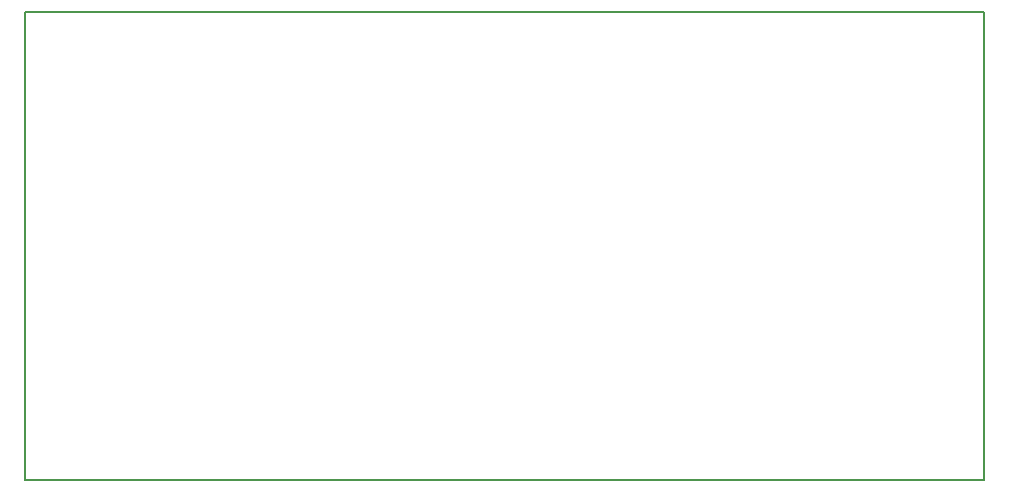
<source format=gbr>
G04 #@! TF.GenerationSoftware,KiCad,Pcbnew,(5.0.0)*
G04 #@! TF.CreationDate,2018-08-19T17:10:44+02:00*
G04 #@! TF.ProjectId,PcbBusinessCard,506362427573696E657373436172642E,rev?*
G04 #@! TF.SameCoordinates,Original*
G04 #@! TF.FileFunction,Profile,NP*
%FSLAX46Y46*%
G04 Gerber Fmt 4.6, Leading zero omitted, Abs format (unit mm)*
G04 Created by KiCad (PCBNEW (5.0.0)) date 08/19/18 17:10:44*
%MOMM*%
%LPD*%
G01*
G04 APERTURE LIST*
%ADD10C,0.200000*%
G04 APERTURE END LIST*
D10*
X0Y-39600000D02*
X0Y0D01*
X81200000Y-39600000D02*
X0Y-39600000D01*
X81200000Y0D02*
X81200000Y-39600000D01*
X0Y0D02*
X81200000Y0D01*
M02*

</source>
